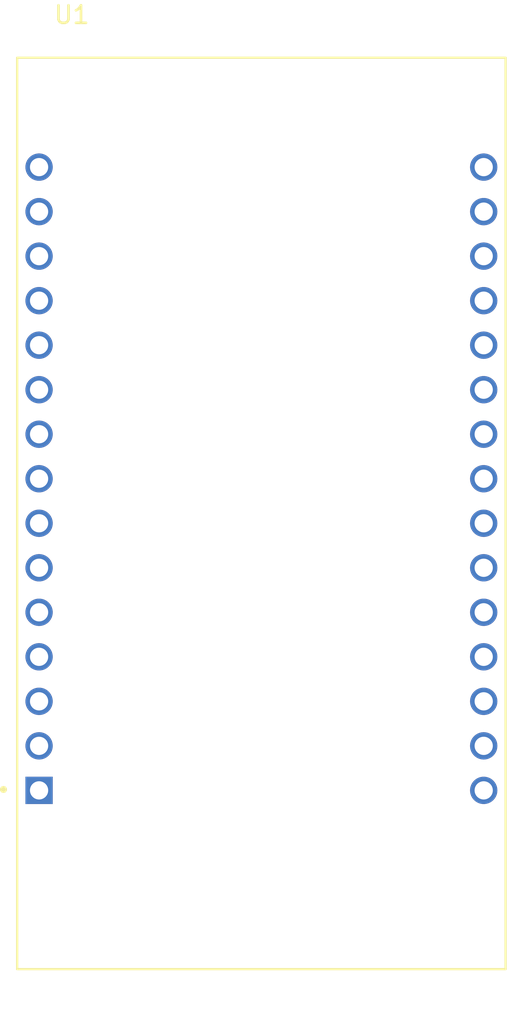
<source format=kicad_pcb>
(kicad_pcb (version 20211014) (generator pcbnew)
  (layers (0 "F.Cu" signal) (31 "B.Cu" signal) (34 "B.Paste" user) (35 "F.Paste" user) (36 "B.SilkS" user "B.Silkscreen") (37 "F.SilkS" user "F.Silkscreen") (38 "B.Mask" user) (39 "F.Mask" user) (44 "Edge.Cuts" user))
  (net 0 "")
  (footprint "ESP32-DEVKITC-32D:MODULE_ESP32-DEVKITC-32D" (layer "F.Cu") (at 138 97)
    (fp_text reference "U1" (at -10.829175 -28.446045) (layer "F.SilkS") (effects (font (size 1.000386 1.000386))))
    (fp_text value "ESP32-DEVKITC-32D")
    (fp_line (start -13.95 -26) (end 13.95 -26) (layer "F.SilkS") (width 0.127))
    (fp_line (start -13.95 26) (end -13.95 -26) (layer "F.SilkS") (width 0.127))
    (fp_line (start 13.95 26) (end -13.95 26) (layer "F.SilkS") (width 0.127))
    (fp_line (start 13.95 -26) (end 13.95 26) (layer "F.SilkS") (width 0.127))
    (fp_circle (center -14.732 15.748) (end -14.632 15.748) (layer "F.SilkS") (width 0.2) (fill none))
    (pad "" np_thru_hole circle (at -11.6 -23.6) (size 0.001 0.001) (drill 3.4) (layers *.Mask))
    (pad "" np_thru_hole circle (at -11.6 23.6) (size 0.001 0.001) (drill 3.4) (layers *.Mask))
    (pad "" np_thru_hole circle (at 11.6 23.6) (size 0.001 0.001) (drill 3.4) (layers *.Mask))
    (pad "" np_thru_hole circle (at 11.6 -23.6) (size 0.001 0.001) (drill 3.4) (layers *.Mask))
    (pad "J2-1" thru_hole circle (at -12.7 -19.76) (size 1.56 1.56) (drill 1.04) (layers *.Cu *.Mask))
    (pad "J2-2" thru_hole circle (at -12.7 -17.22) (size 1.56 1.56) (drill 1.04) (layers *.Cu *.Mask))
    (pad "J2-3" thru_hole circle (at -12.7 -14.68) (size 1.56 1.56) (drill 1.04) (layers *.Cu *.Mask))
    (pad "J2-4" thru_hole circle (at -12.7 -12.14) (size 1.56 1.56) (drill 1.04) (layers *.Cu *.Mask))
    (pad "J2-5" thru_hole circle (at -12.7 -9.6) (size 1.56 1.56) (drill 1.04) (layers *.Cu *.Mask))
    (pad "J2-6" thru_hole circle (at -12.7 -7.06) (size 1.56 1.56) (drill 1.04) (layers *.Cu *.Mask))
    (pad "J2-7" thru_hole circle (at -12.7 -4.52) (size 1.56 1.56) (drill 1.04) (layers *.Cu *.Mask))
    (pad "J2-8" thru_hole circle (at -12.7 -1.98) (size 1.56 1.56) (drill 1.04) (layers *.Cu *.Mask))
    (pad "J2-9" thru_hole circle (at -12.7 0.56) (size 1.56 1.56) (drill 1.04) (layers *.Cu *.Mask))
    (pad "J2-10" thru_hole circle (at -12.7 3.1) (size 1.56 1.56) (drill 1.04) (layers *.Cu *.Mask))
    (pad "J2-11" thru_hole circle (at -12.7 5.64) (size 1.56 1.56) (drill 1.04) (layers *.Cu *.Mask))
    (pad "J2-12" thru_hole circle (at -12.7 8.18) (size 1.56 1.56) (drill 1.04) (layers *.Cu *.Mask))
    (pad "J2-13" thru_hole circle (at -12.7 10.72) (size 1.56 1.56) (drill 1.04) (layers *.Cu *.Mask))
    (pad "J2-14" thru_hole circle (at -12.7 13.26) (size 1.56 1.56) (drill 1.04) (layers *.Cu *.Mask))
    (pad "J2-15" thru_hole rect (at -12.7 15.8) (size 1.56 1.56) (drill 1.04) (layers *.Cu *.Mask))
    (pad "J3-1" thru_hole circle (at 12.7 -19.76) (size 1.56 1.56) (drill 1.04) (layers *.Cu *.Mask))
    (pad "J3-2" thru_hole circle (at 12.7 -17.22) (size 1.56 1.56) (drill 1.04) (layers *.Cu *.Mask))
    (pad "J3-3" thru_hole circle (at 12.7 -14.68) (size 1.56 1.56) (drill 1.04) (layers *.Cu *.Mask))
    (pad "J3-4" thru_hole circle (at 12.7 -12.14) (size 1.56 1.56) (drill 1.04) (layers *.Cu *.Mask))
    (pad "J3-5" thru_hole circle (at 12.7 -9.6) (size 1.56 1.56) (drill 1.04) (layers *.Cu *.Mask))
    (pad "J3-6" thru_hole circle (at 12.7 -7.06) (size 1.56 1.56) (drill 1.04) (layers *.Cu *.Mask))
    (pad "J3-7" thru_hole circle (at 12.7 -4.52) (size 1.56 1.56) (drill 1.04) (layers *.Cu *.Mask))
    (pad "J3-8" thru_hole circle (at 12.7 -1.98) (size 1.56 1.56) (drill 1.04) (layers *.Cu *.Mask))
    (pad "J3-9" thru_hole circle (at 12.7 0.56) (size 1.56 1.56) (drill 1.04) (layers *.Cu *.Mask))
    (pad "J3-10" thru_hole circle (at 12.7 3.1) (size 1.56 1.56) (drill 1.04) (layers *.Cu *.Mask))
    (pad "J3-11" thru_hole circle (at 12.7 5.64) (size 1.56 1.56) (drill 1.04) (layers *.Cu *.Mask))
    (pad "J3-12" thru_hole circle (at 12.7 8.18) (size 1.56 1.56) (drill 1.04) (layers *.Cu *.Mask))
    (pad "J3-13" thru_hole circle (at 12.7 10.72) (size 1.56 1.56) (drill 1.04) (layers *.Cu *.Mask))
    (pad "J3-14" thru_hole circle (at 12.7 13.26) (size 1.56 1.56) (drill 1.04) (layers *.Cu *.Mask))
    (pad "J3-15" thru_hole circle (at 12.7 15.8) (size 1.56 1.56) (drill 1.04) (layers *.Cu *.Mask))
  )
)
</source>
